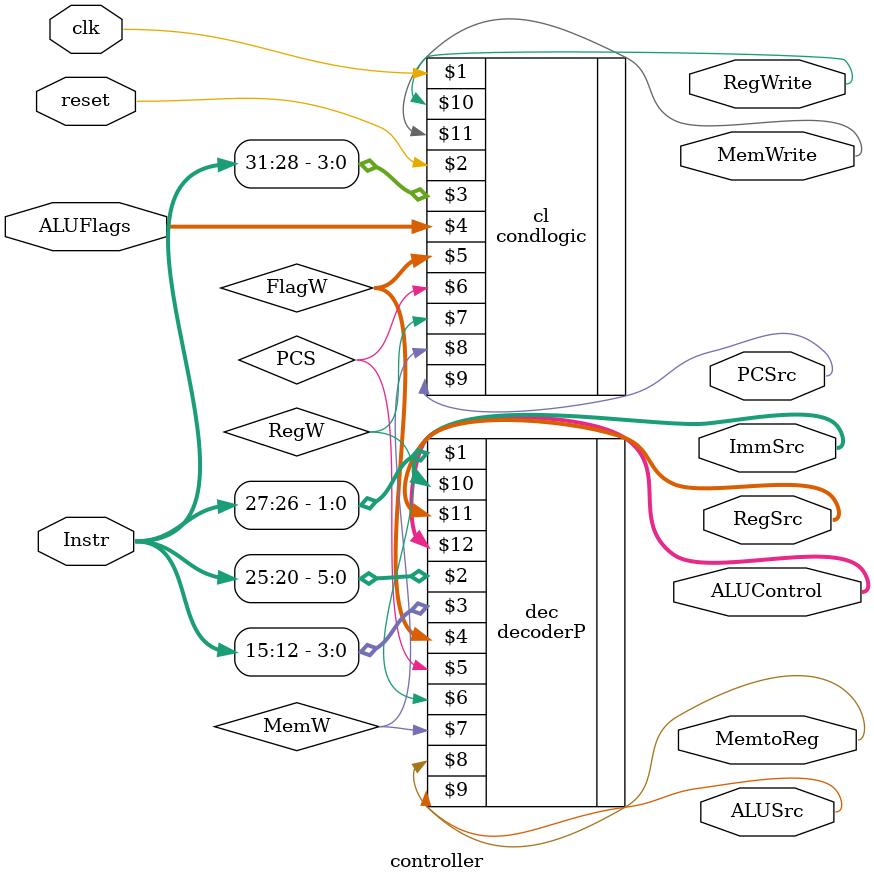
<source format=sv>
module controller(input logic clk,reset,

						input logic [31:12] Instr,
						input logic [3:0] ALUFlags,
						output logic [1:0] RegSrc,
						output logic RegWrite,
						output logic [1:0] ImmSrc,
						output logic ALUSrc,
						output logic [1:0] ALUControl,
						output logic MemWrite,MemtoReg,
						output logic PCSrc);
						
 logic[1:0] FlagW;
 logic PCS,RegW,MemW;
 
 decoderP dec(Instr[27:26],Instr[25:20],Instr[15:12],
				  FlagW,PCS,RegW,MemW,
				  MemtoReg,ALUSrc,ImmSrc,RegSrc,ALUControl);
				  
 condlogic cl(clk,reset,Instr[31:28],ALUFlags,
					FlagW,PCS,RegW,MemW,
					PCSrc,RegWrite,MemWrite);
endmodule 
</source>
